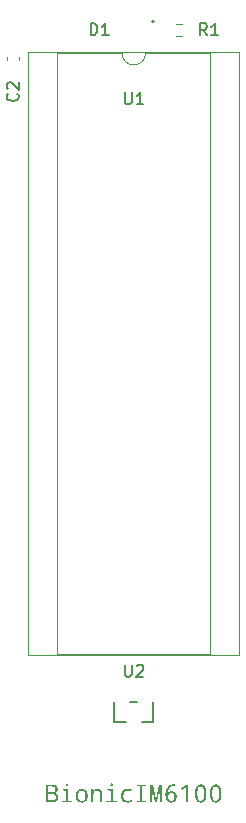
<source format=gbr>
G04 #@! TF.GenerationSoftware,KiCad,Pcbnew,8.0.4+dfsg-1*
G04 #@! TF.CreationDate,2025-01-20T20:37:50+09:00*
G04 #@! TF.ProjectId,bionic-im6100,62696f6e-6963-42d6-996d-363130302e6b,2*
G04 #@! TF.SameCoordinates,Original*
G04 #@! TF.FileFunction,Legend,Top*
G04 #@! TF.FilePolarity,Positive*
%FSLAX46Y46*%
G04 Gerber Fmt 4.6, Leading zero omitted, Abs format (unit mm)*
G04 Created by KiCad (PCBNEW 8.0.4+dfsg-1) date 2025-01-20 20:37:50*
%MOMM*%
%LPD*%
G01*
G04 APERTURE LIST*
%ADD10C,0.150000*%
%ADD11C,0.152400*%
%ADD12C,0.120000*%
G04 APERTURE END LIST*
D10*
G36*
X106815392Y-135683563D02*
G01*
X106892198Y-135690137D01*
X106974376Y-135703811D01*
X107045659Y-135723797D01*
X107115049Y-135755090D01*
X107140248Y-135771131D01*
X107196027Y-135822719D01*
X107235869Y-135888092D01*
X107259774Y-135967250D01*
X107267618Y-136047821D01*
X107267743Y-136060192D01*
X107259836Y-136137873D01*
X107232873Y-136213404D01*
X107186776Y-136278545D01*
X107130591Y-136326122D01*
X107063243Y-136360319D01*
X106984732Y-136381134D01*
X106967690Y-136383692D01*
X106967690Y-136393950D01*
X107047890Y-136411627D01*
X107117396Y-136436815D01*
X107189241Y-136478861D01*
X107244378Y-136532642D01*
X107282807Y-136598158D01*
X107304528Y-136675409D01*
X107309874Y-136745660D01*
X107305251Y-136818981D01*
X107288168Y-136896774D01*
X107258498Y-136966222D01*
X107216240Y-137027326D01*
X107178350Y-137065862D01*
X107116392Y-137111115D01*
X107045284Y-137145253D01*
X106965024Y-137168276D01*
X106888946Y-137179164D01*
X106820412Y-137182000D01*
X106277460Y-137182000D01*
X106277460Y-137018235D01*
X106470168Y-137018235D01*
X106786340Y-137018235D01*
X106861473Y-137013855D01*
X106941302Y-136996065D01*
X107016436Y-136956652D01*
X107069029Y-136897533D01*
X107099082Y-136818707D01*
X107106909Y-136737966D01*
X107098760Y-136663135D01*
X107067470Y-136590080D01*
X107012713Y-136535288D01*
X106934489Y-136498761D01*
X106851375Y-136482272D01*
X106773151Y-136478214D01*
X106470168Y-136478214D01*
X106470168Y-137018235D01*
X106277460Y-137018235D01*
X106277460Y-136314449D01*
X106470168Y-136314449D01*
X106762526Y-136314449D01*
X106837494Y-136310946D01*
X106915875Y-136296713D01*
X106987454Y-136265183D01*
X106996999Y-136258395D01*
X107044678Y-136200759D01*
X107067115Y-136126089D01*
X107070639Y-136073015D01*
X107061331Y-135997322D01*
X107026331Y-135928965D01*
X106991870Y-135898259D01*
X106919811Y-135865887D01*
X106839926Y-135850324D01*
X106763036Y-135845344D01*
X106742010Y-135845136D01*
X106470168Y-135845136D01*
X106470168Y-136314449D01*
X106277460Y-136314449D01*
X106277460Y-135681371D01*
X106731019Y-135681371D01*
X106815392Y-135683563D01*
G37*
G36*
X108050663Y-135587582D02*
G01*
X108125295Y-135609952D01*
X108158134Y-135677061D01*
X108159840Y-135704452D01*
X108141498Y-135776580D01*
X108127233Y-135793113D01*
X108058869Y-135821801D01*
X108050663Y-135822055D01*
X107979264Y-135802646D01*
X107943080Y-135738332D01*
X107940387Y-135704452D01*
X107958587Y-135628784D01*
X108024817Y-135589408D01*
X108050663Y-135587582D01*
G37*
G36*
X107956141Y-136203807D02*
G01*
X107678803Y-136182191D01*
X107678803Y-136056528D01*
X108143353Y-136056528D01*
X108143353Y-137034721D01*
X108506054Y-137055237D01*
X108506054Y-137182000D01*
X107601500Y-137182000D01*
X107601500Y-137055237D01*
X107956141Y-137034721D01*
X107956141Y-136203807D01*
G37*
G36*
X109375096Y-136038697D02*
G01*
X109450736Y-136055544D01*
X109520657Y-136083622D01*
X109584859Y-136122932D01*
X109643343Y-136173473D01*
X109661567Y-136192816D01*
X109710249Y-136256400D01*
X109748859Y-136327352D01*
X109777396Y-136405671D01*
X109795862Y-136491357D01*
X109803556Y-136568390D01*
X109804815Y-136617066D01*
X109801363Y-136699648D01*
X109791005Y-136776577D01*
X109773742Y-136847854D01*
X109743912Y-136925924D01*
X109704139Y-136995854D01*
X109663399Y-137047910D01*
X109607207Y-137101448D01*
X109544422Y-137143909D01*
X109475041Y-137175293D01*
X109399067Y-137195601D01*
X109316497Y-137204831D01*
X109287509Y-137205447D01*
X109206747Y-137199818D01*
X109131523Y-137182933D01*
X109061838Y-137154790D01*
X108997692Y-137115390D01*
X108939083Y-137064733D01*
X108920778Y-137045346D01*
X108871972Y-136981396D01*
X108833263Y-136909900D01*
X108804652Y-136830855D01*
X108788523Y-136759219D01*
X108779407Y-136682342D01*
X108777163Y-136617066D01*
X108970970Y-136617066D01*
X108973788Y-136694390D01*
X108986310Y-136785657D01*
X109008850Y-136863404D01*
X109051112Y-136941573D01*
X109109027Y-136998615D01*
X109182595Y-137034531D01*
X109271816Y-137049319D01*
X109291539Y-137049742D01*
X109366414Y-137042981D01*
X109445970Y-137015517D01*
X109509926Y-136966925D01*
X109558283Y-136897207D01*
X109585738Y-136826221D01*
X109603209Y-136741714D01*
X109610696Y-136643686D01*
X109611008Y-136617066D01*
X109608181Y-136540528D01*
X109595616Y-136450187D01*
X109572999Y-136373231D01*
X109530591Y-136295856D01*
X109472478Y-136239393D01*
X109398657Y-136203843D01*
X109309131Y-136189204D01*
X109289341Y-136188786D01*
X109214722Y-136195478D01*
X109135441Y-136222664D01*
X109071704Y-136270761D01*
X109023514Y-136339771D01*
X108996154Y-136410036D01*
X108978743Y-136493684D01*
X108971281Y-136590717D01*
X108970970Y-136617066D01*
X108777163Y-136617066D01*
X108780571Y-136535249D01*
X108790795Y-136459014D01*
X108812060Y-136374899D01*
X108843139Y-136298821D01*
X108884033Y-136230780D01*
X108916748Y-136189885D01*
X108972531Y-136136596D01*
X109035193Y-136094333D01*
X109104732Y-136063094D01*
X109181149Y-136042881D01*
X109264444Y-136033694D01*
X109293737Y-136033081D01*
X109375096Y-136038697D01*
G37*
G36*
X110833200Y-137182000D02*
G01*
X110833200Y-136455866D01*
X110827216Y-136378924D01*
X110804238Y-136303808D01*
X110755649Y-136239907D01*
X110683604Y-136201566D01*
X110603181Y-136189047D01*
X110588102Y-136188786D01*
X110513913Y-136195174D01*
X110435088Y-136221128D01*
X110371718Y-136267045D01*
X110323804Y-136332926D01*
X110291347Y-136418771D01*
X110276509Y-136501821D01*
X110271563Y-136597648D01*
X110271563Y-137182000D01*
X110083985Y-137182000D01*
X110083985Y-136056528D01*
X110235293Y-136056528D01*
X110263137Y-136206371D01*
X110273395Y-136206371D01*
X110317951Y-136147480D01*
X110381850Y-136094173D01*
X110458581Y-136057450D01*
X110534564Y-136039173D01*
X110619976Y-136033081D01*
X110713914Y-136039521D01*
X110795327Y-136058841D01*
X110864215Y-136091041D01*
X110932711Y-136149404D01*
X110973418Y-136210584D01*
X111001599Y-136284644D01*
X111017255Y-136371583D01*
X111020778Y-136445241D01*
X111020778Y-137182000D01*
X110833200Y-137182000D01*
G37*
G36*
X111831542Y-135587582D02*
G01*
X111906175Y-135609952D01*
X111939013Y-135677061D01*
X111940719Y-135704452D01*
X111922378Y-135776580D01*
X111908112Y-135793113D01*
X111839748Y-135821801D01*
X111831542Y-135822055D01*
X111760143Y-135802646D01*
X111723959Y-135738332D01*
X111721267Y-135704452D01*
X111739466Y-135628784D01*
X111805696Y-135589408D01*
X111831542Y-135587582D01*
G37*
G36*
X111737020Y-136203807D02*
G01*
X111459683Y-136182191D01*
X111459683Y-136056528D01*
X111924232Y-136056528D01*
X111924232Y-137034721D01*
X112286933Y-137055237D01*
X112286933Y-137182000D01*
X111382380Y-137182000D01*
X111382380Y-137055237D01*
X111737020Y-137034721D01*
X111737020Y-136203807D01*
G37*
G36*
X113532938Y-136093898D02*
G01*
X113469191Y-136256563D01*
X113393948Y-136230437D01*
X113322828Y-136211775D01*
X113247744Y-136199704D01*
X113192952Y-136196846D01*
X113103393Y-136203504D01*
X113025775Y-136223476D01*
X112960099Y-136256764D01*
X112894795Y-136317098D01*
X112855987Y-136380344D01*
X112829119Y-136456906D01*
X112814192Y-136546782D01*
X112810834Y-136622928D01*
X112814102Y-136697764D01*
X112828628Y-136786095D01*
X112854774Y-136861340D01*
X112903799Y-136936993D01*
X112970981Y-136992200D01*
X113056319Y-137026960D01*
X113137664Y-137040046D01*
X113182694Y-137041682D01*
X113264095Y-137037698D01*
X113346367Y-137025745D01*
X113419068Y-137008750D01*
X113492436Y-136985654D01*
X113513521Y-136977935D01*
X113513521Y-137142799D01*
X113440545Y-137170207D01*
X113359739Y-137189785D01*
X113282610Y-137200491D01*
X113199485Y-137205202D01*
X113174634Y-137205447D01*
X113094747Y-137201789D01*
X113020639Y-137190814D01*
X112939336Y-137167986D01*
X112866354Y-137134623D01*
X112801692Y-137090723D01*
X112763207Y-137055604D01*
X112713528Y-136994827D01*
X112674129Y-136924880D01*
X112645007Y-136845763D01*
X112628590Y-136772826D01*
X112619311Y-136693521D01*
X112617027Y-136625492D01*
X112620677Y-136538418D01*
X112631625Y-136458088D01*
X112649871Y-136384502D01*
X112681401Y-136305101D01*
X112723442Y-136235412D01*
X112766504Y-136184756D01*
X112826821Y-136133210D01*
X112895664Y-136092329D01*
X112973035Y-136062113D01*
X113058931Y-136042561D01*
X113137025Y-136034414D01*
X113186724Y-136033081D01*
X113266027Y-136035991D01*
X113343332Y-136044722D01*
X113418638Y-136059273D01*
X113491945Y-136079644D01*
X113532938Y-136093898D01*
G37*
G36*
X114731315Y-137182000D02*
G01*
X113931909Y-137182000D01*
X113931909Y-137055237D01*
X114235991Y-137034721D01*
X114235991Y-135828650D01*
X113931909Y-135808133D01*
X113931909Y-135681371D01*
X114731315Y-135681371D01*
X114731315Y-135808133D01*
X114428332Y-135828650D01*
X114428332Y-137034721D01*
X114731315Y-137055237D01*
X114731315Y-137182000D01*
G37*
G36*
X115508374Y-137182000D02*
G01*
X115222244Y-135868950D01*
X115213817Y-135863088D01*
X115219200Y-135945559D01*
X115223670Y-136021698D01*
X115227831Y-136104705D01*
X115230677Y-136178594D01*
X115232338Y-136253271D01*
X115232502Y-136281476D01*
X115232502Y-137182000D01*
X115076797Y-137182000D01*
X115076797Y-135681371D01*
X115331420Y-135681371D01*
X115586776Y-136903929D01*
X115593004Y-136903929D01*
X115850558Y-135681371D01*
X116110311Y-135681371D01*
X116110311Y-137182000D01*
X115952408Y-137182000D01*
X115952408Y-136268287D01*
X115953567Y-136193899D01*
X115956071Y-136114964D01*
X115959334Y-136032626D01*
X115962840Y-135953661D01*
X115967062Y-135865286D01*
X115959002Y-135865286D01*
X115667376Y-137182000D01*
X115508374Y-137182000D01*
G37*
G36*
X117112832Y-135660655D02*
G01*
X117187344Y-135670743D01*
X117214899Y-135677341D01*
X117214899Y-135837076D01*
X117140812Y-135823139D01*
X117061932Y-135817830D01*
X117043807Y-135817659D01*
X116961285Y-135822734D01*
X116886825Y-135837958D01*
X116810147Y-135868547D01*
X116744443Y-135912951D01*
X116696860Y-135962006D01*
X116651259Y-136033098D01*
X116620210Y-136106926D01*
X116600002Y-136177540D01*
X116584947Y-136256420D01*
X116575044Y-136343563D01*
X116570830Y-136419229D01*
X116583287Y-136419229D01*
X116631851Y-136350993D01*
X116691950Y-136299517D01*
X116763584Y-136264800D01*
X116846754Y-136246843D01*
X116899459Y-136244107D01*
X116983140Y-136249962D01*
X117058511Y-136267529D01*
X117134475Y-136301944D01*
X117199585Y-136351655D01*
X117214166Y-136366473D01*
X117264015Y-136433243D01*
X117295949Y-136500832D01*
X117316979Y-136576978D01*
X117327104Y-136661678D01*
X117328105Y-136700597D01*
X117323739Y-136785034D01*
X117310640Y-136862490D01*
X117288809Y-136932965D01*
X117252301Y-137006363D01*
X117203908Y-137070258D01*
X117145504Y-137122934D01*
X117078966Y-137162672D01*
X117004294Y-137189472D01*
X116921487Y-137203334D01*
X116870516Y-137205447D01*
X116789506Y-137199355D01*
X116714909Y-137181078D01*
X116646727Y-137150617D01*
X116584958Y-137107971D01*
X116529604Y-137053141D01*
X116512579Y-137032157D01*
X116467258Y-136961986D01*
X116431314Y-136881718D01*
X116408524Y-136807114D01*
X116392245Y-136725498D01*
X116385423Y-136663594D01*
X116566800Y-136663594D01*
X116571998Y-136738790D01*
X116590272Y-136817036D01*
X116621702Y-136888559D01*
X116649965Y-136932505D01*
X116701038Y-136987229D01*
X116767370Y-137027028D01*
X116843791Y-137044717D01*
X116868685Y-137045712D01*
X116944848Y-137036911D01*
X117015736Y-137006898D01*
X117073116Y-136955586D01*
X117111949Y-136891852D01*
X117134602Y-136821827D01*
X117145604Y-136739804D01*
X117146755Y-136699498D01*
X117141162Y-136621455D01*
X117121828Y-136547452D01*
X117084609Y-136481504D01*
X117076047Y-136471253D01*
X117014790Y-136422584D01*
X116943702Y-136397703D01*
X116874913Y-136391385D01*
X116797282Y-136399507D01*
X116727881Y-136423872D01*
X116666708Y-136464479D01*
X116655461Y-136474550D01*
X116604983Y-136534245D01*
X116573814Y-136605686D01*
X116566800Y-136663594D01*
X116385423Y-136663594D01*
X116382478Y-136636870D01*
X116379352Y-136560918D01*
X116379222Y-136541228D01*
X116381794Y-136434266D01*
X116389509Y-136334204D01*
X116402367Y-136241043D01*
X116420369Y-136154783D01*
X116443515Y-136075423D01*
X116471803Y-136002965D01*
X116505236Y-135937407D01*
X116565028Y-135852010D01*
X116636393Y-135782139D01*
X116719330Y-135727795D01*
X116813840Y-135688978D01*
X116919923Y-135665688D01*
X116997074Y-135658787D01*
X117037579Y-135657924D01*
X117112832Y-135660655D01*
G37*
G36*
X118261968Y-137182000D02*
G01*
X118080618Y-137182000D01*
X118080618Y-136248870D01*
X118081255Y-136169326D01*
X118082633Y-136094356D01*
X118084427Y-136020970D01*
X118086789Y-135939160D01*
X118088678Y-135879941D01*
X118033634Y-135936171D01*
X117974518Y-135989915D01*
X117964114Y-135999009D01*
X117812805Y-136126870D01*
X117712788Y-135997177D01*
X118107362Y-135681371D01*
X118261968Y-135681371D01*
X118261968Y-137182000D01*
G37*
G36*
X119457153Y-135664918D02*
G01*
X119534403Y-135685899D01*
X119603435Y-135720869D01*
X119664250Y-135769826D01*
X119716848Y-135832770D01*
X119732554Y-135856860D01*
X119767806Y-135923339D01*
X119797083Y-135998440D01*
X119820385Y-136082163D01*
X119834725Y-136155350D01*
X119845240Y-136234056D01*
X119851932Y-136318279D01*
X119854800Y-136408021D01*
X119854920Y-136431319D01*
X119853032Y-136525061D01*
X119847369Y-136612755D01*
X119837931Y-136694402D01*
X119824718Y-136770000D01*
X119797819Y-136872058D01*
X119762426Y-136960508D01*
X119718538Y-137035350D01*
X119666156Y-137096585D01*
X119605280Y-137144212D01*
X119535910Y-137178231D01*
X119458045Y-137198643D01*
X119371685Y-137205447D01*
X119287227Y-137198453D01*
X119210806Y-137177471D01*
X119142421Y-137142502D01*
X119082074Y-137093545D01*
X119029764Y-137030601D01*
X119014114Y-137006511D01*
X118979073Y-136940014D01*
X118949971Y-136864860D01*
X118926809Y-136781047D01*
X118912555Y-136707762D01*
X118902102Y-136628937D01*
X118895450Y-136544570D01*
X118892600Y-136454662D01*
X118892481Y-136431319D01*
X118892496Y-136430586D01*
X119083357Y-136430586D01*
X119084444Y-136509515D01*
X119087707Y-136582719D01*
X119094845Y-136666174D01*
X119105381Y-136740685D01*
X119122512Y-136818291D01*
X119148683Y-136892553D01*
X119152966Y-136901731D01*
X119192739Y-136964723D01*
X119249363Y-137014076D01*
X119318564Y-137040650D01*
X119371685Y-137045712D01*
X119450627Y-137034294D01*
X119516817Y-137000040D01*
X119570256Y-136942949D01*
X119594435Y-136901364D01*
X119622129Y-136829374D01*
X119640453Y-136753855D01*
X119651905Y-136681181D01*
X119659887Y-136599652D01*
X119664399Y-136509269D01*
X119665509Y-136430586D01*
X119664399Y-136352425D01*
X119659887Y-136262612D01*
X119651905Y-136181565D01*
X119637746Y-136095878D01*
X119618589Y-136022814D01*
X119594435Y-135962373D01*
X119553860Y-135899061D01*
X119496170Y-135849456D01*
X119425730Y-135822747D01*
X119371685Y-135817659D01*
X119294099Y-135829019D01*
X119229091Y-135863100D01*
X119176660Y-135919900D01*
X119152966Y-135961274D01*
X119125843Y-136032693D01*
X119107897Y-136107835D01*
X119096680Y-136180272D01*
X119088863Y-136261636D01*
X119084444Y-136351927D01*
X119083357Y-136430586D01*
X118892496Y-136430586D01*
X118894353Y-136337666D01*
X118899968Y-136250055D01*
X118909328Y-136168486D01*
X118922431Y-136092959D01*
X118949106Y-135990998D01*
X118984204Y-135902631D01*
X119027725Y-135827860D01*
X119079670Y-135766683D01*
X119140039Y-135719101D01*
X119208831Y-135685114D01*
X119286046Y-135664722D01*
X119371685Y-135657924D01*
X119457153Y-135664918D01*
G37*
G36*
X120717446Y-135664918D02*
G01*
X120794696Y-135685899D01*
X120863728Y-135720869D01*
X120924543Y-135769826D01*
X120977141Y-135832770D01*
X120992847Y-135856860D01*
X121028099Y-135923339D01*
X121057376Y-135998440D01*
X121080678Y-136082163D01*
X121095018Y-136155350D01*
X121105534Y-136234056D01*
X121112225Y-136318279D01*
X121115093Y-136408021D01*
X121115213Y-136431319D01*
X121113325Y-136525061D01*
X121107662Y-136612755D01*
X121098224Y-136694402D01*
X121085011Y-136770000D01*
X121058112Y-136872058D01*
X121022719Y-136960508D01*
X120978831Y-137035350D01*
X120926449Y-137096585D01*
X120865573Y-137144212D01*
X120796203Y-137178231D01*
X120718338Y-137198643D01*
X120631978Y-137205447D01*
X120547520Y-137198453D01*
X120471099Y-137177471D01*
X120402715Y-137142502D01*
X120342367Y-137093545D01*
X120290058Y-137030601D01*
X120274407Y-137006511D01*
X120239366Y-136940014D01*
X120210265Y-136864860D01*
X120187102Y-136781047D01*
X120172848Y-136707762D01*
X120162395Y-136628937D01*
X120155744Y-136544570D01*
X120152893Y-136454662D01*
X120152774Y-136431319D01*
X120152789Y-136430586D01*
X120343650Y-136430586D01*
X120344737Y-136509515D01*
X120348000Y-136582719D01*
X120355138Y-136666174D01*
X120365675Y-136740685D01*
X120382805Y-136818291D01*
X120408976Y-136892553D01*
X120413259Y-136901731D01*
X120453032Y-136964723D01*
X120509656Y-137014076D01*
X120578857Y-137040650D01*
X120631978Y-137045712D01*
X120710920Y-137034294D01*
X120777110Y-137000040D01*
X120830549Y-136942949D01*
X120854728Y-136901364D01*
X120882422Y-136829374D01*
X120900746Y-136753855D01*
X120912198Y-136681181D01*
X120920180Y-136599652D01*
X120924692Y-136509269D01*
X120925803Y-136430586D01*
X120924692Y-136352425D01*
X120920180Y-136262612D01*
X120912198Y-136181565D01*
X120898039Y-136095878D01*
X120878882Y-136022814D01*
X120854728Y-135962373D01*
X120814153Y-135899061D01*
X120756464Y-135849456D01*
X120686023Y-135822747D01*
X120631978Y-135817659D01*
X120554393Y-135829019D01*
X120489384Y-135863100D01*
X120436953Y-135919900D01*
X120413259Y-135961274D01*
X120386136Y-136032693D01*
X120368190Y-136107835D01*
X120356973Y-136180272D01*
X120349156Y-136261636D01*
X120344737Y-136351927D01*
X120343650Y-136430586D01*
X120152789Y-136430586D01*
X120154646Y-136337666D01*
X120160262Y-136250055D01*
X120169621Y-136168486D01*
X120182724Y-136092959D01*
X120209399Y-135990998D01*
X120244497Y-135902631D01*
X120288018Y-135827860D01*
X120339963Y-135766683D01*
X120400332Y-135719101D01*
X120469124Y-135685114D01*
X120546339Y-135664722D01*
X120631978Y-135657924D01*
X120717446Y-135664918D01*
G37*
X110040905Y-72232819D02*
X110040905Y-71232819D01*
X110040905Y-71232819D02*
X110279000Y-71232819D01*
X110279000Y-71232819D02*
X110421857Y-71280438D01*
X110421857Y-71280438D02*
X110517095Y-71375676D01*
X110517095Y-71375676D02*
X110564714Y-71470914D01*
X110564714Y-71470914D02*
X110612333Y-71661390D01*
X110612333Y-71661390D02*
X110612333Y-71804247D01*
X110612333Y-71804247D02*
X110564714Y-71994723D01*
X110564714Y-71994723D02*
X110517095Y-72089961D01*
X110517095Y-72089961D02*
X110421857Y-72185200D01*
X110421857Y-72185200D02*
X110279000Y-72232819D01*
X110279000Y-72232819D02*
X110040905Y-72232819D01*
X111564714Y-72232819D02*
X110993286Y-72232819D01*
X111279000Y-72232819D02*
X111279000Y-71232819D01*
X111279000Y-71232819D02*
X111183762Y-71375676D01*
X111183762Y-71375676D02*
X111088524Y-71470914D01*
X111088524Y-71470914D02*
X110993286Y-71518533D01*
X112938095Y-125538019D02*
X112938095Y-126347542D01*
X112938095Y-126347542D02*
X112985714Y-126442780D01*
X112985714Y-126442780D02*
X113033333Y-126490400D01*
X113033333Y-126490400D02*
X113128571Y-126538019D01*
X113128571Y-126538019D02*
X113319047Y-126538019D01*
X113319047Y-126538019D02*
X113414285Y-126490400D01*
X113414285Y-126490400D02*
X113461904Y-126442780D01*
X113461904Y-126442780D02*
X113509523Y-126347542D01*
X113509523Y-126347542D02*
X113509523Y-125538019D01*
X113938095Y-125633257D02*
X113985714Y-125585638D01*
X113985714Y-125585638D02*
X114080952Y-125538019D01*
X114080952Y-125538019D02*
X114319047Y-125538019D01*
X114319047Y-125538019D02*
X114414285Y-125585638D01*
X114414285Y-125585638D02*
X114461904Y-125633257D01*
X114461904Y-125633257D02*
X114509523Y-125728495D01*
X114509523Y-125728495D02*
X114509523Y-125823733D01*
X114509523Y-125823733D02*
X114461904Y-125966590D01*
X114461904Y-125966590D02*
X113890476Y-126538019D01*
X113890476Y-126538019D02*
X114509523Y-126538019D01*
X112938095Y-77074819D02*
X112938095Y-77884342D01*
X112938095Y-77884342D02*
X112985714Y-77979580D01*
X112985714Y-77979580D02*
X113033333Y-78027200D01*
X113033333Y-78027200D02*
X113128571Y-78074819D01*
X113128571Y-78074819D02*
X113319047Y-78074819D01*
X113319047Y-78074819D02*
X113414285Y-78027200D01*
X113414285Y-78027200D02*
X113461904Y-77979580D01*
X113461904Y-77979580D02*
X113509523Y-77884342D01*
X113509523Y-77884342D02*
X113509523Y-77074819D01*
X114509523Y-78074819D02*
X113938095Y-78074819D01*
X114223809Y-78074819D02*
X114223809Y-77074819D01*
X114223809Y-77074819D02*
X114128571Y-77217676D01*
X114128571Y-77217676D02*
X114033333Y-77312914D01*
X114033333Y-77312914D02*
X113938095Y-77360533D01*
X119883333Y-72232819D02*
X119550000Y-71756628D01*
X119311905Y-72232819D02*
X119311905Y-71232819D01*
X119311905Y-71232819D02*
X119692857Y-71232819D01*
X119692857Y-71232819D02*
X119788095Y-71280438D01*
X119788095Y-71280438D02*
X119835714Y-71328057D01*
X119835714Y-71328057D02*
X119883333Y-71423295D01*
X119883333Y-71423295D02*
X119883333Y-71566152D01*
X119883333Y-71566152D02*
X119835714Y-71661390D01*
X119835714Y-71661390D02*
X119788095Y-71709009D01*
X119788095Y-71709009D02*
X119692857Y-71756628D01*
X119692857Y-71756628D02*
X119311905Y-71756628D01*
X120835714Y-72232819D02*
X120264286Y-72232819D01*
X120550000Y-72232819D02*
X120550000Y-71232819D01*
X120550000Y-71232819D02*
X120454762Y-71375676D01*
X120454762Y-71375676D02*
X120359524Y-71470914D01*
X120359524Y-71470914D02*
X120264286Y-71518533D01*
X103848780Y-77178166D02*
X103896400Y-77225785D01*
X103896400Y-77225785D02*
X103944019Y-77368642D01*
X103944019Y-77368642D02*
X103944019Y-77463880D01*
X103944019Y-77463880D02*
X103896400Y-77606737D01*
X103896400Y-77606737D02*
X103801161Y-77701975D01*
X103801161Y-77701975D02*
X103705923Y-77749594D01*
X103705923Y-77749594D02*
X103515447Y-77797213D01*
X103515447Y-77797213D02*
X103372590Y-77797213D01*
X103372590Y-77797213D02*
X103182114Y-77749594D01*
X103182114Y-77749594D02*
X103086876Y-77701975D01*
X103086876Y-77701975D02*
X102991638Y-77606737D01*
X102991638Y-77606737D02*
X102944019Y-77463880D01*
X102944019Y-77463880D02*
X102944019Y-77368642D01*
X102944019Y-77368642D02*
X102991638Y-77225785D01*
X102991638Y-77225785D02*
X103039257Y-77178166D01*
X103039257Y-76797213D02*
X102991638Y-76749594D01*
X102991638Y-76749594D02*
X102944019Y-76654356D01*
X102944019Y-76654356D02*
X102944019Y-76416261D01*
X102944019Y-76416261D02*
X102991638Y-76321023D01*
X102991638Y-76321023D02*
X103039257Y-76273404D01*
X103039257Y-76273404D02*
X103134495Y-76225785D01*
X103134495Y-76225785D02*
X103229733Y-76225785D01*
X103229733Y-76225785D02*
X103372590Y-76273404D01*
X103372590Y-76273404D02*
X103944019Y-76844832D01*
X103944019Y-76844832D02*
X103944019Y-76225785D01*
D11*
X115414500Y-71092200D02*
G75*
G02*
X115262100Y-71092200I-76200J0D01*
G01*
X115262100Y-71092200D02*
G75*
G02*
X115414500Y-71092200I76200J0D01*
G01*
X112048000Y-128710600D02*
X112048000Y-130364600D01*
X112048000Y-130364600D02*
X113037060Y-130364600D01*
X113987061Y-128710600D02*
X113412939Y-128710600D01*
X114362940Y-130364600D02*
X115352000Y-130364600D01*
X115352000Y-130364600D02*
X115352000Y-128710600D01*
D12*
X104750000Y-73690000D02*
X104750000Y-124730000D01*
X104750000Y-124730000D02*
X122650000Y-124730000D01*
X107240000Y-73750000D02*
X107240000Y-124670000D01*
X107240000Y-124670000D02*
X120160000Y-124670000D01*
X112700000Y-73750000D02*
X107240000Y-73750000D01*
X120160000Y-73750000D02*
X114700000Y-73750000D01*
X120160000Y-124670000D02*
X120160000Y-73750000D01*
X122650000Y-73690000D02*
X104750000Y-73690000D01*
X122650000Y-124730000D02*
X122650000Y-73690000D01*
X114700000Y-73750000D02*
G75*
G02*
X112700000Y-73750000I-1000000J0D01*
G01*
X117255276Y-71255500D02*
X117764724Y-71255500D01*
X117255276Y-72300500D02*
X117764724Y-72300500D01*
X102979200Y-74363767D02*
X102979200Y-74071233D01*
X103999200Y-74363767D02*
X103999200Y-74071233D01*
M02*

</source>
